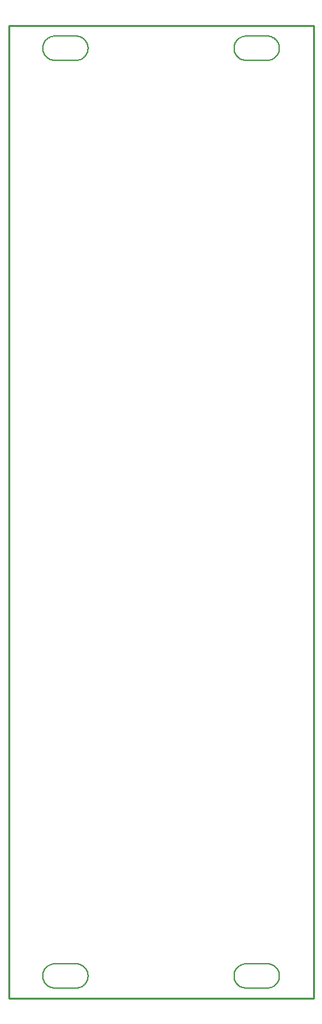
<source format=gbr>
%TF.GenerationSoftware,KiCad,Pcbnew,(6.0.7)*%
%TF.CreationDate,2022-08-19T18:02:00+02:00*%
%TF.ProjectId,faceplate,66616365-706c-4617-9465-2e6b69636164,rev?*%
%TF.SameCoordinates,Original*%
%TF.FileFunction,Profile,NP*%
%FSLAX46Y46*%
G04 Gerber Fmt 4.6, Leading zero omitted, Abs format (unit mm)*
G04 Created by KiCad (PCBNEW (6.0.7)) date 2022-08-19 18:02:00*
%MOMM*%
%LPD*%
G01*
G04 APERTURE LIST*
%TA.AperFunction,Profile*%
%ADD10C,0.200000*%
%TD*%
%TA.AperFunction,Profile*%
%ADD11C,0.264583*%
%TD*%
G04 APERTURE END LIST*
D10*
X115613965Y-40357413D02*
X115694954Y-40363622D01*
X115774801Y-40373844D01*
X115853401Y-40387977D01*
X115930652Y-40405919D01*
X116006453Y-40427567D01*
X116080700Y-40452819D01*
X116153291Y-40481571D01*
X116224124Y-40513721D01*
X116293095Y-40549167D01*
X116360103Y-40587807D01*
X116425045Y-40629536D01*
X116487819Y-40674254D01*
X116548321Y-40721857D01*
X116606449Y-40772243D01*
X116662102Y-40825309D01*
X116715175Y-40880952D01*
X116765568Y-40939071D01*
X116813177Y-40999562D01*
X116857899Y-41062323D01*
X116899633Y-41127251D01*
X116938276Y-41194244D01*
X116973725Y-41263199D01*
X117005878Y-41334014D01*
X117034632Y-41406586D01*
X117059885Y-41480812D01*
X117081534Y-41556590D01*
X117099476Y-41633817D01*
X117113610Y-41712391D01*
X117123833Y-41792209D01*
X117130041Y-41873169D01*
X117132134Y-41955168D01*
X117130041Y-42037198D01*
X117123833Y-42118188D01*
X117113610Y-42198034D01*
X117099476Y-42276634D01*
X117081534Y-42353886D01*
X117059885Y-42429687D01*
X117034632Y-42503934D01*
X117005878Y-42576525D01*
X116973725Y-42647358D01*
X116938276Y-42716329D01*
X116899633Y-42783337D01*
X116857899Y-42848279D01*
X116813177Y-42911052D01*
X116765568Y-42971554D01*
X116715175Y-43029683D01*
X116662102Y-43085335D01*
X116606449Y-43138409D01*
X116548321Y-43188802D01*
X116487819Y-43236410D01*
X116425045Y-43281133D01*
X116360103Y-43322867D01*
X116293095Y-43361510D01*
X116224124Y-43396959D01*
X116153291Y-43429112D01*
X116080700Y-43457866D01*
X116006453Y-43483118D01*
X115930652Y-43504767D01*
X115853401Y-43522710D01*
X115774801Y-43536844D01*
X115694954Y-43547067D01*
X115613965Y-43553275D01*
X115531934Y-43555367D01*
X112731937Y-43555367D01*
X112649939Y-43553275D01*
X112568979Y-43547067D01*
X112489161Y-43536844D01*
X112410587Y-43522710D01*
X112333360Y-43504767D01*
X112257582Y-43483118D01*
X112183355Y-43457866D01*
X112110784Y-43429112D01*
X112039969Y-43396959D01*
X111971014Y-43361510D01*
X111904021Y-43322867D01*
X111839092Y-43281133D01*
X111776331Y-43236410D01*
X111715840Y-43188802D01*
X111657722Y-43138409D01*
X111602078Y-43085335D01*
X111549012Y-43029683D01*
X111498626Y-42971554D01*
X111451023Y-42911052D01*
X111406306Y-42848279D01*
X111364576Y-42783337D01*
X111325937Y-42716329D01*
X111290491Y-42647358D01*
X111258340Y-42576525D01*
X111229588Y-42503934D01*
X111204337Y-42429687D01*
X111182689Y-42353886D01*
X111164747Y-42276634D01*
X111150613Y-42198034D01*
X111140391Y-42118188D01*
X111134182Y-42037198D01*
X111132090Y-41955168D01*
X111134182Y-41873169D01*
X111140391Y-41792209D01*
X111150613Y-41712391D01*
X111164747Y-41633817D01*
X111182689Y-41556590D01*
X111204337Y-41480812D01*
X111229588Y-41406586D01*
X111258340Y-41334014D01*
X111290491Y-41263200D01*
X111325937Y-41194244D01*
X111364576Y-41127251D01*
X111406306Y-41062323D01*
X111451023Y-40999562D01*
X111498626Y-40939071D01*
X111549012Y-40880953D01*
X111602078Y-40825309D01*
X111657722Y-40772243D01*
X111715840Y-40721857D01*
X111776331Y-40674254D01*
X111839092Y-40629537D01*
X111904021Y-40587807D01*
X111971014Y-40549168D01*
X112039969Y-40513722D01*
X112110783Y-40481571D01*
X112183355Y-40452819D01*
X112257581Y-40427568D01*
X112333359Y-40405920D01*
X112410587Y-40387978D01*
X112489161Y-40373844D01*
X112568979Y-40363622D01*
X112649938Y-40357413D01*
X112731937Y-40355321D01*
X115531934Y-40355321D01*
X115613965Y-40357413D01*
X140913876Y-40357413D02*
X140994866Y-40363622D01*
X141074712Y-40373844D01*
X141153312Y-40387977D01*
X141230564Y-40405919D01*
X141306365Y-40427567D01*
X141380612Y-40452819D01*
X141453203Y-40481571D01*
X141524036Y-40513721D01*
X141593007Y-40549167D01*
X141660015Y-40587807D01*
X141724957Y-40629536D01*
X141787730Y-40674254D01*
X141848233Y-40721857D01*
X141906361Y-40772243D01*
X141962014Y-40825309D01*
X142015087Y-40880952D01*
X142065480Y-40939071D01*
X142113089Y-40999562D01*
X142157812Y-41062323D01*
X142199546Y-41127251D01*
X142238188Y-41194244D01*
X142273637Y-41263199D01*
X142305790Y-41334014D01*
X142334544Y-41406586D01*
X142359797Y-41480812D01*
X142381446Y-41556590D01*
X142399389Y-41633817D01*
X142413523Y-41712391D01*
X142423745Y-41792209D01*
X142429954Y-41873169D01*
X142432046Y-41955168D01*
X142429954Y-42037198D01*
X142423745Y-42118188D01*
X142413523Y-42198034D01*
X142399389Y-42276634D01*
X142381446Y-42353886D01*
X142359797Y-42429687D01*
X142334544Y-42503934D01*
X142305790Y-42576525D01*
X142273637Y-42647358D01*
X142238188Y-42716329D01*
X142199546Y-42783337D01*
X142157812Y-42848279D01*
X142113089Y-42911052D01*
X142065480Y-42971554D01*
X142015087Y-43029683D01*
X141962014Y-43085335D01*
X141906361Y-43138409D01*
X141848233Y-43188802D01*
X141787730Y-43236410D01*
X141724957Y-43281133D01*
X141660015Y-43322867D01*
X141593007Y-43361510D01*
X141524036Y-43396959D01*
X141453203Y-43429112D01*
X141380612Y-43457866D01*
X141306365Y-43483118D01*
X141230564Y-43504767D01*
X141153312Y-43522710D01*
X141074712Y-43536844D01*
X140994866Y-43547067D01*
X140913876Y-43553275D01*
X140831846Y-43555367D01*
X138031850Y-43555367D01*
X137949852Y-43553275D01*
X137868892Y-43547067D01*
X137789074Y-43536844D01*
X137710500Y-43522710D01*
X137633273Y-43504767D01*
X137557495Y-43483118D01*
X137483269Y-43457866D01*
X137410697Y-43429112D01*
X137339882Y-43396959D01*
X137270927Y-43361510D01*
X137203934Y-43322867D01*
X137139005Y-43281133D01*
X137076244Y-43236410D01*
X137015753Y-43188802D01*
X136957635Y-43138409D01*
X136901991Y-43085335D01*
X136848925Y-43029683D01*
X136798539Y-42971554D01*
X136750936Y-42911052D01*
X136706218Y-42848279D01*
X136664489Y-42783337D01*
X136625850Y-42716329D01*
X136590403Y-42647358D01*
X136558253Y-42576525D01*
X136529501Y-42503934D01*
X136504249Y-42429687D01*
X136482601Y-42353886D01*
X136464659Y-42276634D01*
X136450526Y-42198034D01*
X136440303Y-42118188D01*
X136434095Y-42037198D01*
X136432002Y-41955168D01*
X136434095Y-41873169D01*
X136440303Y-41792209D01*
X136450526Y-41712391D01*
X136464659Y-41633817D01*
X136482601Y-41556590D01*
X136504249Y-41480812D01*
X136529501Y-41406586D01*
X136558253Y-41334014D01*
X136590403Y-41263200D01*
X136625850Y-41194244D01*
X136664489Y-41127251D01*
X136706218Y-41062323D01*
X136750936Y-40999562D01*
X136798539Y-40939071D01*
X136848925Y-40880953D01*
X136901991Y-40825309D01*
X136957635Y-40772243D01*
X137015753Y-40721857D01*
X137076244Y-40674254D01*
X137139005Y-40629537D01*
X137203934Y-40587807D01*
X137270927Y-40549168D01*
X137339882Y-40513722D01*
X137410697Y-40481571D01*
X137483269Y-40452819D01*
X137557495Y-40427568D01*
X137633273Y-40405920D01*
X137710500Y-40387978D01*
X137789074Y-40373844D01*
X137868892Y-40363622D01*
X137949852Y-40357413D01*
X138031850Y-40355321D01*
X140831846Y-40355321D01*
X140913876Y-40357413D01*
X140913876Y-162857577D02*
X140994866Y-162863785D01*
X141074712Y-162874008D01*
X141153312Y-162888141D01*
X141230564Y-162906083D01*
X141306365Y-162927731D01*
X141380612Y-162952982D01*
X141453203Y-162981734D01*
X141524036Y-163013885D01*
X141593007Y-163049331D01*
X141660015Y-163087970D01*
X141724957Y-163129699D01*
X141787730Y-163174417D01*
X141848233Y-163222020D01*
X141906361Y-163272406D01*
X141962014Y-163325471D01*
X142015087Y-163381115D01*
X142065480Y-163439233D01*
X142113089Y-163499724D01*
X142157812Y-163562485D01*
X142199546Y-163627414D01*
X142238188Y-163694407D01*
X142273637Y-163763362D01*
X142305790Y-163834176D01*
X142334544Y-163906748D01*
X142359797Y-163980974D01*
X142381446Y-164056752D01*
X142399389Y-164133980D01*
X142413523Y-164212554D01*
X142423745Y-164292372D01*
X142429954Y-164373332D01*
X142432046Y-164455330D01*
X142429954Y-164537328D01*
X142423745Y-164618288D01*
X142413523Y-164698105D01*
X142399389Y-164776679D01*
X142381446Y-164853906D01*
X142359797Y-164929684D01*
X142334544Y-165003910D01*
X142305790Y-165076481D01*
X142273637Y-165147296D01*
X142238188Y-165216251D01*
X142199546Y-165283244D01*
X142157812Y-165348172D01*
X142113089Y-165410933D01*
X142065480Y-165471424D01*
X142015087Y-165529543D01*
X141962014Y-165585187D01*
X141906361Y-165638253D01*
X141848233Y-165688638D01*
X141787730Y-165736242D01*
X141724957Y-165780959D01*
X141660015Y-165822689D01*
X141593007Y-165861329D01*
X141524036Y-165896775D01*
X141453203Y-165928925D01*
X141380612Y-165957678D01*
X141306365Y-165982929D01*
X141230564Y-166004577D01*
X141153312Y-166022519D01*
X141074712Y-166036653D01*
X140994866Y-166046875D01*
X140913876Y-166053084D01*
X140831846Y-166055176D01*
X138031850Y-166055176D01*
X137949852Y-166053084D01*
X137868892Y-166046875D01*
X137789074Y-166036653D01*
X137710500Y-166022519D01*
X137633273Y-166004577D01*
X137557495Y-165982929D01*
X137483269Y-165957678D01*
X137410697Y-165928925D01*
X137339882Y-165896775D01*
X137270927Y-165861329D01*
X137203934Y-165822689D01*
X137139005Y-165780959D01*
X137076244Y-165736242D01*
X137015753Y-165688638D01*
X136957635Y-165638253D01*
X136901991Y-165585187D01*
X136848925Y-165529543D01*
X136798539Y-165471424D01*
X136750936Y-165410933D01*
X136706218Y-165348172D01*
X136664489Y-165283244D01*
X136625850Y-165216251D01*
X136590403Y-165147296D01*
X136558253Y-165076481D01*
X136529501Y-165003910D01*
X136504249Y-164929684D01*
X136482601Y-164853906D01*
X136464659Y-164776679D01*
X136450526Y-164698105D01*
X136440303Y-164618288D01*
X136434095Y-164537328D01*
X136432002Y-164455330D01*
X136434095Y-164373332D01*
X136440303Y-164292372D01*
X136450526Y-164212554D01*
X136464659Y-164133980D01*
X136482601Y-164056752D01*
X136504249Y-163980974D01*
X136529501Y-163906748D01*
X136558253Y-163834176D01*
X136590403Y-163763362D01*
X136625850Y-163694407D01*
X136664489Y-163627414D01*
X136706218Y-163562485D01*
X136750936Y-163499724D01*
X136798539Y-163439233D01*
X136848925Y-163381115D01*
X136901991Y-163325471D01*
X136957635Y-163272406D01*
X137015753Y-163222020D01*
X137076244Y-163174417D01*
X137139005Y-163129699D01*
X137203934Y-163087970D01*
X137270927Y-163049331D01*
X137339882Y-163013885D01*
X137410697Y-162981734D01*
X137483269Y-162952982D01*
X137557495Y-162927731D01*
X137633273Y-162906083D01*
X137710500Y-162888141D01*
X137789074Y-162874008D01*
X137868892Y-162863785D01*
X137949852Y-162857577D01*
X138031850Y-162855484D01*
X140831846Y-162855484D01*
X140913876Y-162857577D01*
X115613965Y-162857577D02*
X115694954Y-162863785D01*
X115774801Y-162874008D01*
X115853401Y-162888141D01*
X115930652Y-162906083D01*
X116006453Y-162927731D01*
X116080700Y-162952982D01*
X116153291Y-162981734D01*
X116224124Y-163013885D01*
X116293095Y-163049331D01*
X116360103Y-163087970D01*
X116425045Y-163129699D01*
X116487819Y-163174417D01*
X116548321Y-163222020D01*
X116606449Y-163272406D01*
X116662102Y-163325471D01*
X116715175Y-163381115D01*
X116765568Y-163439233D01*
X116813177Y-163499724D01*
X116857899Y-163562485D01*
X116899633Y-163627414D01*
X116938276Y-163694407D01*
X116973725Y-163763362D01*
X117005878Y-163834176D01*
X117034632Y-163906748D01*
X117059885Y-163980974D01*
X117081534Y-164056752D01*
X117099476Y-164133980D01*
X117113610Y-164212554D01*
X117123833Y-164292372D01*
X117130041Y-164373332D01*
X117132134Y-164455330D01*
X117130041Y-164537328D01*
X117123833Y-164618288D01*
X117113610Y-164698105D01*
X117099476Y-164776679D01*
X117081534Y-164853906D01*
X117059885Y-164929684D01*
X117034632Y-165003910D01*
X117005878Y-165076481D01*
X116973725Y-165147296D01*
X116938276Y-165216251D01*
X116899633Y-165283244D01*
X116857899Y-165348172D01*
X116813177Y-165410933D01*
X116765568Y-165471424D01*
X116715175Y-165529543D01*
X116662102Y-165585187D01*
X116606449Y-165638253D01*
X116548321Y-165688638D01*
X116487819Y-165736242D01*
X116425045Y-165780959D01*
X116360103Y-165822689D01*
X116293095Y-165861329D01*
X116224124Y-165896775D01*
X116153291Y-165928925D01*
X116080700Y-165957678D01*
X116006453Y-165982929D01*
X115930652Y-166004577D01*
X115853401Y-166022519D01*
X115774801Y-166036653D01*
X115694954Y-166046875D01*
X115613965Y-166053084D01*
X115531934Y-166055176D01*
X112731937Y-166055176D01*
X112649939Y-166053084D01*
X112568979Y-166046875D01*
X112489161Y-166036653D01*
X112410587Y-166022519D01*
X112333360Y-166004577D01*
X112257582Y-165982929D01*
X112183355Y-165957678D01*
X112110784Y-165928925D01*
X112039969Y-165896775D01*
X111971014Y-165861329D01*
X111904021Y-165822689D01*
X111839092Y-165780959D01*
X111776331Y-165736242D01*
X111715840Y-165688638D01*
X111657722Y-165638253D01*
X111602078Y-165585187D01*
X111549012Y-165529543D01*
X111498626Y-165471424D01*
X111451023Y-165410933D01*
X111406306Y-165348172D01*
X111364576Y-165283244D01*
X111325937Y-165216251D01*
X111290491Y-165147296D01*
X111258340Y-165076481D01*
X111229588Y-165003910D01*
X111204337Y-164929684D01*
X111182689Y-164853906D01*
X111164747Y-164776679D01*
X111150613Y-164698105D01*
X111140391Y-164618288D01*
X111134182Y-164537328D01*
X111132090Y-164455330D01*
X111134182Y-164373332D01*
X111140391Y-164292372D01*
X111150613Y-164212554D01*
X111164747Y-164133980D01*
X111182689Y-164056752D01*
X111204337Y-163980974D01*
X111229588Y-163906748D01*
X111258340Y-163834176D01*
X111290491Y-163763362D01*
X111325937Y-163694407D01*
X111364576Y-163627414D01*
X111406306Y-163562485D01*
X111451023Y-163499724D01*
X111498626Y-163439233D01*
X111549012Y-163381115D01*
X111602078Y-163325471D01*
X111657722Y-163272406D01*
X111715840Y-163222020D01*
X111776331Y-163174417D01*
X111839092Y-163129699D01*
X111904021Y-163087970D01*
X111971014Y-163049331D01*
X112039969Y-163013885D01*
X112110783Y-162981734D01*
X112183355Y-162952982D01*
X112257581Y-162927731D01*
X112333359Y-162906083D01*
X112410587Y-162888141D01*
X112489161Y-162874008D01*
X112568979Y-162863785D01*
X112649938Y-162857577D01*
X112731937Y-162855484D01*
X115531934Y-162855484D01*
X115613965Y-162857577D01*
D11*
X106632057Y-167455277D02*
X106632057Y-38955422D01*
X106632057Y-167455277D02*
X106632057Y-167455277D01*
X146931897Y-167455277D02*
X106632057Y-167455277D01*
X146931897Y-167455277D02*
X146931897Y-167455277D01*
X146931897Y-38955422D02*
X146931897Y-167455277D01*
X146931897Y-38955422D02*
X146931897Y-38955422D01*
X106632057Y-38955422D02*
X146931897Y-38955422D01*
M02*

</source>
